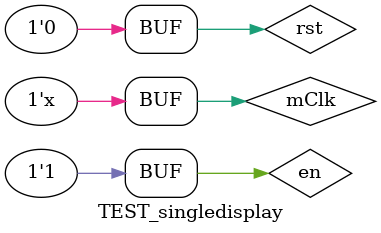
<source format=v>
`timescale 1ns / 1ps


module TEST_singledisplay(

    );
    reg mClk, rst, en;
    wire [6:0] ssdC;
    wire [7:0] ssdA;
    wire clk1hz;
    
    singleSevenSegmentDisplay_TOP UUT (
        .clk(mClk),
        .reset(rst),
        .enable(en),
        .ssdCathode(ssdC),
        .ssdAnode(ssdA),
        .clk_1Hz_reg(clk1hz)
    );
    
    initial begin
        mClk = 1;
        rst = 0;
        en = 1;
        
    end
    
    always begin
        #5
        mClk = ~mClk;
    end
endmodule

</source>
